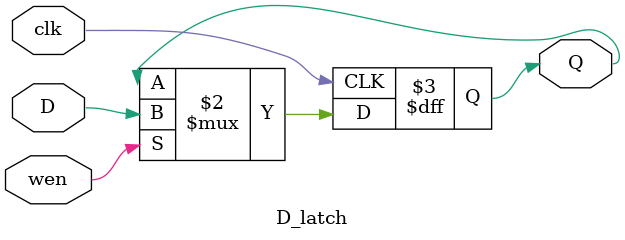
<source format=v>
module geofence ( clk,reset,X,Y,valid,is_inside);
input clk;
input reset;
input [9:0] X;
input [9:0] Y;
output valid;
output is_inside;
wire [9:0] objectX, fence6X, fence5X, fence4X, fence3X, fence2X, fence1X, objectY, fence6Y, fence5Y, fence4Y, fence3Y, fence2Y, fence1Y;
wire is_inside_complete;
//reg valid;
//reg is_inside;
QR7 XCoord(X, clk, objectX, fence6X, fence5X, fence4X, fence3X, fence2X, fence1X, valid, is_inside_complete);
QR7 YCoord(Y, clk, objectY, fence6Y, fence5Y, fence4Y, fence3Y, fence2Y, fence1Y, valid, is_inside_complete);
endmodule

module QR7(Din, clk, object, fence6, fence5, fence4, fence3, fence2, fence1, valid, is_inside_complete);
input [9:0]Din;
input clk, is_inside_complete;
output [9:0]object, fence6, fence5, fence4, fence3, fence2, fence1;
output valid;
reg [2:0]count;
reg cs;
wire _clk, clkG, wen;

D_latch10 D10(Din, clk, wen, object);
D_latch10 D11(object, clk, wen, fence1);
D_latch10 D12(fence1, clk, wen, fence2);
D_latch10 D13(fence2, clk, wen, fence3);
D_latch10 D14(fence3, clk, wen, fence4);
D_latch10 D15(fence4, clk, wen, fence5);
D_latch10 D16(fence5, clk, wen, fence6);
//counter
assign clkG = (count == 3'd7) ? 1'b0 : 1'b1;
assign _clk = clk & (clkG | is_inside_complete); //is_inside_complete is negedge
always @(posedge _clk)
	count <= count + 3'd1;
//
always @(posedge clk)
	case(cs)
		1'b0: cs <= (count == 3'd6) ? 1'b1 : 1'b0;
		1'b1: cs <= (is_inside_complete) ? 1'b0 : 1'b1;
	endcase
assign valid = (cs == 1'b1) ? 1'b1 : 1'b0;
assign wen = (cs == 1'b1) ? 1'b0 : 1'b1;
endmodule

module D_latch10(D, clk, wen, Q);
input [9:0]D;
input clk, wen;
output [9:0]Q;
D_latch D0(D[0], clk, wen, Q[0]);
D_latch D1(D[1], clk, wen, Q[1]);
D_latch D2(D[2], clk, wen, Q[2]);
D_latch D3(D[3], clk, wen, Q[3]);
D_latch D4(D[4], clk, wen, Q[4]);
D_latch D5(D[5], clk, wen, Q[5]);
D_latch D6(D[6], clk, wen, Q[6]);
D_latch D7(D[7], clk, wen, Q[7]);
D_latch D8(D[8], clk, wen, Q[8]);
D_latch D9(D[9], clk, wen, Q[9]);
endmodule

module D_latch(D, clk, wen, Q);
input D, clk, wen;
output reg Q;
always @(posedge clk)
	Q <= (wen) ? D : Q;
endmodule


</source>
